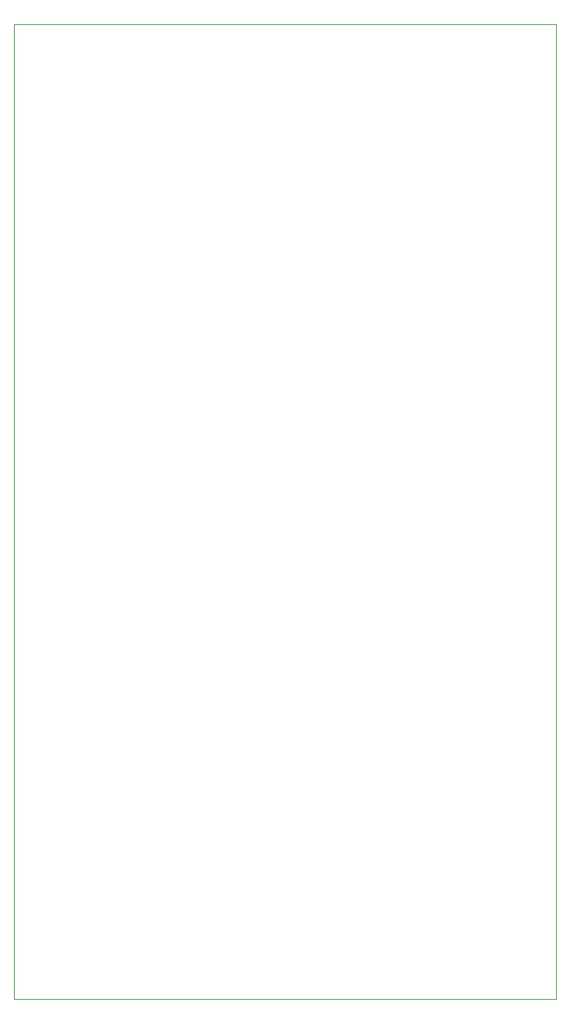
<source format=gbr>
%TF.GenerationSoftware,KiCad,Pcbnew,(6.0.2)*%
%TF.CreationDate,2022-11-21T15:37:21-08:00*%
%TF.ProjectId,preselector,70726573-656c-4656-9374-6f722e6b6963,rev?*%
%TF.SameCoordinates,PX5028050PY8f935f0*%
%TF.FileFunction,Profile,NP*%
%FSLAX46Y46*%
G04 Gerber Fmt 4.6, Leading zero omitted, Abs format (unit mm)*
G04 Created by KiCad (PCBNEW (6.0.2)) date 2022-11-21 15:37:21*
%MOMM*%
%LPD*%
G01*
G04 APERTURE LIST*
%TA.AperFunction,Profile*%
%ADD10C,0.100000*%
%TD*%
G04 APERTURE END LIST*
D10*
X0Y112250000D02*
X62450000Y112250000D01*
X62450000Y112250000D02*
X62450000Y0D01*
X62450000Y0D02*
X0Y0D01*
X0Y0D02*
X0Y112250000D01*
M02*

</source>
